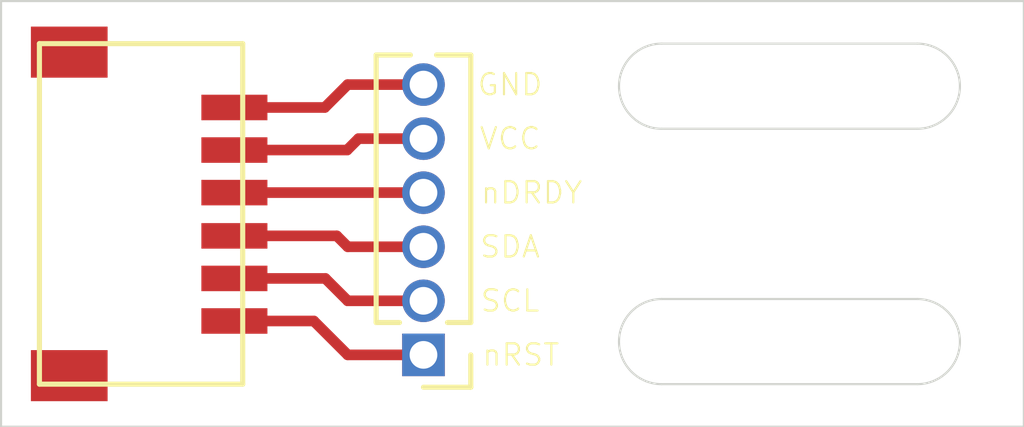
<source format=kicad_pcb>
(kicad_pcb (version 20171130) (host pcbnew "(5.1.8-0-10_14)")

  (general
    (thickness 1.6)
    (drawings 18)
    (tracks 17)
    (zones 0)
    (modules 2)
    (nets 7)
  )

  (page A4)
  (layers
    (0 F.Cu signal)
    (31 B.Cu signal)
    (33 F.Adhes user)
    (35 F.Paste user)
    (37 F.SilkS user)
    (38 B.Mask user)
    (39 F.Mask user)
    (40 Dwgs.User user)
    (41 Cmts.User user)
    (42 Eco1.User user)
    (43 Eco2.User user)
    (44 Edge.Cuts user)
    (45 Margin user)
    (46 B.CrtYd user hide)
    (47 F.CrtYd user hide)
    (49 F.Fab user hide)
  )

  (setup
    (last_trace_width 0.25)
    (user_trace_width 0.5)
    (trace_clearance 0.2)
    (zone_clearance 0.508)
    (zone_45_only no)
    (trace_min 0.2)
    (via_size 0.8)
    (via_drill 0.4)
    (via_min_size 0.4)
    (via_min_drill 0.3)
    (uvia_size 0.3)
    (uvia_drill 0.1)
    (uvias_allowed no)
    (uvia_min_size 0.2)
    (uvia_min_drill 0.1)
    (edge_width 0.05)
    (segment_width 0.2)
    (pcb_text_width 0.3)
    (pcb_text_size 1.5 1.5)
    (mod_edge_width 0.12)
    (mod_text_size 1 1)
    (mod_text_width 0.15)
    (pad_size 1.524 1.524)
    (pad_drill 0.762)
    (pad_to_mask_clearance 0)
    (aux_axis_origin 0 0)
    (visible_elements FFFFFF7F)
    (pcbplotparams
      (layerselection 0x010e8_ffffffff)
      (usegerberextensions false)
      (usegerberattributes true)
      (usegerberadvancedattributes true)
      (creategerberjobfile true)
      (excludeedgelayer true)
      (linewidth 0.100000)
      (plotframeref false)
      (viasonmask false)
      (mode 1)
      (useauxorigin false)
      (hpglpennumber 1)
      (hpglpenspeed 20)
      (hpglpendiameter 15.000000)
      (psnegative false)
      (psa4output false)
      (plotreference true)
      (plotvalue true)
      (plotinvisibletext false)
      (padsonsilk false)
      (subtractmaskfromsilk false)
      (outputformat 1)
      (mirror false)
      (drillshape 0)
      (scaleselection 1)
      (outputdirectory "Gerbers/"))
  )

  (net 0 "")
  (net 1 "Net-(U1-Pad2)")
  (net 2 "Net-(U1-Pad4)")
  (net 3 "Net-(U1-Pad6)")
  (net 4 "Net-(U1-Pad1)")
  (net 5 "Net-(U1-Pad3)")
  (net 6 "Net-(U1-Pad5)")

  (net_class Default "This is the default net class."
    (clearance 0.2)
    (trace_width 0.25)
    (via_dia 0.8)
    (via_drill 0.4)
    (uvia_dia 0.3)
    (uvia_drill 0.1)
    (add_net "Net-(U1-Pad1)")
    (add_net "Net-(U1-Pad2)")
    (add_net "Net-(U1-Pad3)")
    (add_net "Net-(U1-Pad4)")
    (add_net "Net-(U1-Pad5)")
    (add_net "Net-(U1-Pad6)")
  )

  (module Connector_PinHeader_1.27mm:PinHeader_1x06_P1.27mm_Vertical (layer F.Cu) (tedit 59FED6E3) (tstamp 605A8F6B)
    (at 184.912 83.312 180)
    (descr "Through hole straight pin header, 1x06, 1.27mm pitch, single row")
    (tags "Through hole pin header THT 1x06 1.27mm single row")
    (path /6046705D)
    (fp_text reference U1 (at -6.604 3.302) (layer F.SilkS) hide
      (effects (font (size 1 1) (thickness 0.15)))
    )
    (fp_text value "6 PIN HEADER" (at 0 8.045) (layer F.Fab)
      (effects (font (size 1 1) (thickness 0.15)))
    )
    (fp_text user %R (at 0 3.175 90) (layer F.Fab)
      (effects (font (size 1 1) (thickness 0.15)))
    )
    (fp_line (start -0.525 -0.635) (end 1.05 -0.635) (layer F.Fab) (width 0.1))
    (fp_line (start 1.05 -0.635) (end 1.05 6.985) (layer F.Fab) (width 0.1))
    (fp_line (start 1.05 6.985) (end -1.05 6.985) (layer F.Fab) (width 0.1))
    (fp_line (start -1.05 6.985) (end -1.05 -0.11) (layer F.Fab) (width 0.1))
    (fp_line (start -1.05 -0.11) (end -0.525 -0.635) (layer F.Fab) (width 0.1))
    (fp_line (start -1.11 7.045) (end -0.30753 7.045) (layer F.SilkS) (width 0.12))
    (fp_line (start 0.30753 7.045) (end 1.11 7.045) (layer F.SilkS) (width 0.12))
    (fp_line (start -1.11 0.76) (end -1.11 7.045) (layer F.SilkS) (width 0.12))
    (fp_line (start 1.11 0.76) (end 1.11 7.045) (layer F.SilkS) (width 0.12))
    (fp_line (start -1.11 0.76) (end -0.563471 0.76) (layer F.SilkS) (width 0.12))
    (fp_line (start 0.563471 0.76) (end 1.11 0.76) (layer F.SilkS) (width 0.12))
    (fp_line (start -1.11 0) (end -1.11 -0.76) (layer F.SilkS) (width 0.12))
    (fp_line (start -1.11 -0.76) (end 0 -0.76) (layer F.SilkS) (width 0.12))
    (fp_line (start -1.55 -1.15) (end -1.55 7.5) (layer F.CrtYd) (width 0.05))
    (fp_line (start -1.55 7.5) (end 1.55 7.5) (layer F.CrtYd) (width 0.05))
    (fp_line (start 1.55 7.5) (end 1.55 -1.15) (layer F.CrtYd) (width 0.05))
    (fp_line (start 1.55 -1.15) (end -1.55 -1.15) (layer F.CrtYd) (width 0.05))
    (pad 6 thru_hole oval (at 0 6.35 180) (size 1 1) (drill 0.65) (layers *.Cu *.Mask)
      (net 3 "Net-(U1-Pad6)"))
    (pad 5 thru_hole oval (at 0 5.08 180) (size 1 1) (drill 0.65) (layers *.Cu *.Mask)
      (net 6 "Net-(U1-Pad5)"))
    (pad 4 thru_hole oval (at 0 3.81 180) (size 1 1) (drill 0.65) (layers *.Cu *.Mask)
      (net 2 "Net-(U1-Pad4)"))
    (pad 3 thru_hole oval (at 0 2.54 180) (size 1 1) (drill 0.65) (layers *.Cu *.Mask)
      (net 5 "Net-(U1-Pad3)"))
    (pad 2 thru_hole oval (at 0 1.27 180) (size 1 1) (drill 0.65) (layers *.Cu *.Mask)
      (net 1 "Net-(U1-Pad2)"))
    (pad 1 thru_hole rect (at 0 0 180) (size 1 1) (drill 0.65) (layers *.Cu *.Mask)
      (net 4 "Net-(U1-Pad1)"))
    (model ${KISYS3DMOD}/Connector_PinHeader_1.27mm.3dshapes/PinHeader_1x06_P1.27mm_Vertical.wrl
      (at (xyz 0 0 0))
      (scale (xyz 1 1 1))
      (rotate (xyz 0 0 0))
    )
  )

  (module Custom_Piezo:SM06B-SRSS-TB (layer F.Cu) (tedit 60492D4E) (tstamp 6046BD11)
    (at 176.6 80 270)
    (path /604684DD)
    (fp_text reference U2 (at -4 -5.2 180) (layer F.SilkS) hide
      (effects (font (size 1 1) (thickness 0.15)))
    )
    (fp_text value "6 PIN MODULAR CONNECTOR" (at -0.025 -5.825 90) (layer F.Fab)
      (effects (font (size 1 1) (thickness 0.15)))
    )
    (fp_line (start 4 0.7) (end 4 -4.07) (layer F.SilkS) (width 0.12))
    (fp_line (start -4 0.7) (end 4 0.7) (layer F.SilkS) (width 0.12))
    (fp_line (start -4 -4.07) (end 4 -4.07) (layer F.SilkS) (width 0.12))
    (fp_line (start -4 0.7) (end -4 -4.07) (layer F.SilkS) (width 0.12))
    (pad 6 smd rect (at 2.516 -3.875 270) (size 0.6 1.55) (layers F.Cu F.Paste F.Mask)
      (net 4 "Net-(U1-Pad1)"))
    (pad 5 smd rect (at 1.516 -3.875 270) (size 0.6 1.55) (layers F.Cu F.Paste F.Mask)
      (net 1 "Net-(U1-Pad2)"))
    (pad 4 smd rect (at 0.516 -3.875 270) (size 0.6 1.55) (layers F.Cu F.Paste F.Mask)
      (net 5 "Net-(U1-Pad3)"))
    (pad 3 smd rect (at -0.5 -3.875 270) (size 0.6 1.55) (layers F.Cu F.Paste F.Mask)
      (net 2 "Net-(U1-Pad4)"))
    (pad 1 smd rect (at -2.5 -3.875 270) (size 0.6 1.55) (layers F.Cu F.Paste F.Mask)
      (net 3 "Net-(U1-Pad6)"))
    (pad 2 smd rect (at -1.5 -3.875 270) (size 0.6 1.55) (layers F.Cu F.Paste F.Mask)
      (net 6 "Net-(U1-Pad5)"))
    (pad "" smd rect (at -3.8 0 270) (size 1.2 1.8) (layers F.Cu F.Paste F.Mask))
    (pad "" smd rect (at 3.8 0 270) (size 1.2 1.8) (layers F.Cu F.Paste F.Mask))
  )

  (gr_text nDRDY (at 187.452 79.502) (layer F.SilkS) (tstamp 605A8FB6)
    (effects (font (size 0.5 0.5) (thickness 0.05)))
  )
  (gr_text "nRST\n" (at 187.198 83.312) (layer F.SilkS) (tstamp 6046C65A)
    (effects (font (size 0.5 0.5) (thickness 0.05)))
  )
  (gr_line (start 196.5 84) (end 190.5 84) (layer Edge.Cuts) (width 0.05) (tstamp 6048EE04))
  (gr_arc (start 196.5 83) (end 196.5 84) (angle -180) (layer Edge.Cuts) (width 0.05) (tstamp 6048EE03))
  (gr_line (start 196.5 82) (end 190.5 82) (layer Edge.Cuts) (width 0.05) (tstamp 6048EE02))
  (gr_arc (start 190.5 83) (end 190.5 82) (angle -180) (layer Edge.Cuts) (width 0.05) (tstamp 6048EE01))
  (gr_arc (start 196.5 77) (end 196.5 78) (angle -180) (layer Edge.Cuts) (width 0.05))
  (gr_arc (start 190.5 77) (end 190.5 76) (angle -180) (layer Edge.Cuts) (width 0.05))
  (gr_line (start 196.5 78) (end 190.5 78) (layer Edge.Cuts) (width 0.05) (tstamp 6048ED9C))
  (gr_line (start 196.5 76) (end 190.5 76) (layer Edge.Cuts) (width 0.05))
  (gr_line (start 199 85) (end 199 75) (layer Edge.Cuts) (width 0.05) (tstamp 6048EDC1))
  (gr_line (start 175 85) (end 199 85) (layer Edge.Cuts) (width 0.05))
  (gr_line (start 175 75) (end 175 85) (layer Edge.Cuts) (width 0.05))
  (gr_line (start 199 75) (end 175 75) (layer Edge.Cuts) (width 0.05))
  (gr_text SCL (at 186.944 82.042) (layer F.SilkS) (tstamp 6046C65A)
    (effects (font (size 0.5 0.5) (thickness 0.05)))
  )
  (gr_text SDA (at 186.944 80.772) (layer F.SilkS) (tstamp 6046C65A)
    (effects (font (size 0.5 0.5) (thickness 0.05)))
  )
  (gr_text VCC (at 186.944 78.232) (layer F.SilkS) (tstamp 6046C65A)
    (effects (font (size 0.5 0.5) (thickness 0.05)))
  )
  (gr_text "GND\n" (at 186.944 76.962) (layer F.SilkS)
    (effects (font (size 0.5 0.5) (thickness 0.05)))
  )

  (segment (start 180.475 81.516) (end 182.608 81.516) (width 0.25) (layer F.Cu) (net 1))
  (segment (start 183.134 82.042) (end 184.912 82.042) (width 0.25) (layer F.Cu) (net 1))
  (segment (start 182.608 81.516) (end 183.134 82.042) (width 0.25) (layer F.Cu) (net 1))
  (segment (start 184.91 79.5) (end 184.912 79.502) (width 0.25) (layer F.Cu) (net 2))
  (segment (start 180.475 79.5) (end 184.91 79.5) (width 0.25) (layer F.Cu) (net 2))
  (segment (start 180.475 77.5) (end 182.596 77.5) (width 0.25) (layer F.Cu) (net 3))
  (segment (start 183.134 76.962) (end 184.912 76.962) (width 0.25) (layer F.Cu) (net 3))
  (segment (start 182.596 77.5) (end 183.134 76.962) (width 0.25) (layer F.Cu) (net 3))
  (segment (start 184.912 83.312) (end 183.134 83.312) (width 0.25) (layer F.Cu) (net 4))
  (segment (start 182.338 82.516) (end 180.475 82.516) (width 0.25) (layer F.Cu) (net 4))
  (segment (start 183.134 83.312) (end 182.338 82.516) (width 0.25) (layer F.Cu) (net 4))
  (segment (start 184.912 80.772) (end 183.134 80.772) (width 0.25) (layer F.Cu) (net 5))
  (segment (start 182.878 80.516) (end 180.475 80.516) (width 0.25) (layer F.Cu) (net 5))
  (segment (start 183.134 80.772) (end 182.878 80.516) (width 0.25) (layer F.Cu) (net 5))
  (segment (start 180.475 78.5) (end 183.12 78.5) (width 0.25) (layer F.Cu) (net 6))
  (segment (start 183.388 78.232) (end 184.912 78.232) (width 0.25) (layer F.Cu) (net 6))
  (segment (start 183.12 78.5) (end 183.388 78.232) (width 0.25) (layer F.Cu) (net 6))

)

</source>
